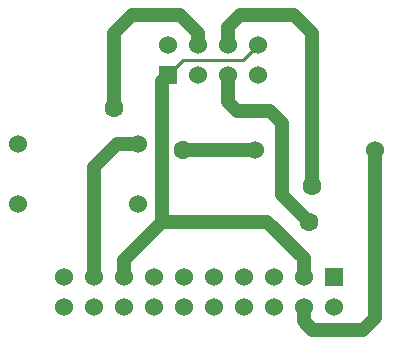
<source format=gbl>
G04 (created by PCBNEW (2013-07-24 BZR 4024)-stable) date Tue 11 Feb 2014 04:10:02 PM NZDT*
%MOIN*%
G04 Gerber Fmt 3.4, Leading zero omitted, Abs format*
%FSLAX34Y34*%
G01*
G70*
G90*
G04 APERTURE LIST*
%ADD10C,0.00393701*%
%ADD11C,0.06*%
%ADD12R,0.06X0.06*%
%ADD13C,0.0629921*%
%ADD14C,0.0472441*%
%ADD15C,0.01*%
G04 APERTURE END LIST*
G54D10*
G54D11*
X11900Y-18900D03*
X15900Y-18900D03*
X11900Y-16900D03*
X15900Y-16900D03*
X19800Y-17100D03*
X23800Y-17100D03*
G54D12*
X22413Y-21350D03*
G54D11*
X22413Y-22350D03*
X21413Y-21350D03*
X21413Y-22350D03*
X20413Y-21350D03*
X20413Y-22350D03*
X19413Y-21350D03*
X19413Y-22350D03*
X18413Y-21350D03*
X18413Y-22350D03*
X17413Y-21350D03*
X17413Y-22350D03*
X16413Y-21350D03*
X16413Y-22350D03*
X15413Y-21350D03*
X15413Y-22350D03*
X14413Y-21350D03*
X14413Y-22350D03*
X13413Y-21350D03*
X13413Y-22350D03*
G54D12*
X16900Y-14600D03*
G54D11*
X16900Y-13600D03*
X17900Y-14600D03*
X17900Y-13600D03*
X18900Y-14600D03*
X18900Y-13600D03*
X19900Y-14600D03*
X19900Y-13600D03*
G54D13*
X15100Y-15700D03*
X21600Y-19500D03*
X17400Y-17100D03*
X21700Y-18300D03*
G54D14*
X17900Y-13600D02*
X17900Y-13200D01*
X17300Y-12600D02*
X17900Y-13200D01*
X15700Y-12600D02*
X17300Y-12600D01*
X15100Y-13200D02*
X15700Y-12600D01*
X15100Y-15000D02*
X15100Y-13200D01*
X15100Y-15700D02*
X15100Y-15000D01*
X21413Y-22350D02*
X21413Y-22813D01*
X23800Y-22700D02*
X23800Y-17100D01*
X23400Y-23100D02*
X23800Y-22700D01*
X21700Y-23100D02*
X23400Y-23100D01*
X21413Y-22813D02*
X21700Y-23100D01*
G54D15*
X16900Y-14600D02*
X17400Y-14100D01*
X19400Y-14100D02*
X19900Y-13600D01*
X17400Y-14100D02*
X19400Y-14100D01*
G54D14*
X18900Y-15500D02*
X18900Y-14600D01*
X19200Y-15800D02*
X18900Y-15500D01*
X20300Y-15800D02*
X19200Y-15800D01*
X20700Y-16200D02*
X20300Y-15800D01*
X20700Y-18600D02*
X20700Y-16200D01*
X21600Y-19500D02*
X20700Y-18600D01*
X14413Y-21350D02*
X14413Y-17686D01*
X15200Y-16900D02*
X15900Y-16900D01*
X14413Y-17686D02*
X15200Y-16900D01*
X16700Y-19500D02*
X20200Y-19500D01*
X21413Y-20713D02*
X21413Y-21350D01*
X20200Y-19500D02*
X21413Y-20713D01*
X15413Y-21350D02*
X15413Y-20786D01*
X16700Y-14800D02*
X16900Y-14600D01*
X16700Y-19500D02*
X16700Y-14800D01*
X15413Y-20786D02*
X16700Y-19500D01*
X17400Y-17100D02*
X19800Y-17100D01*
X18900Y-13000D02*
X18900Y-13600D01*
X19300Y-12600D02*
X18900Y-13000D01*
X21100Y-12600D02*
X19300Y-12600D01*
X21700Y-13200D02*
X21100Y-12600D01*
X21700Y-18300D02*
X21700Y-13200D01*
M02*

</source>
